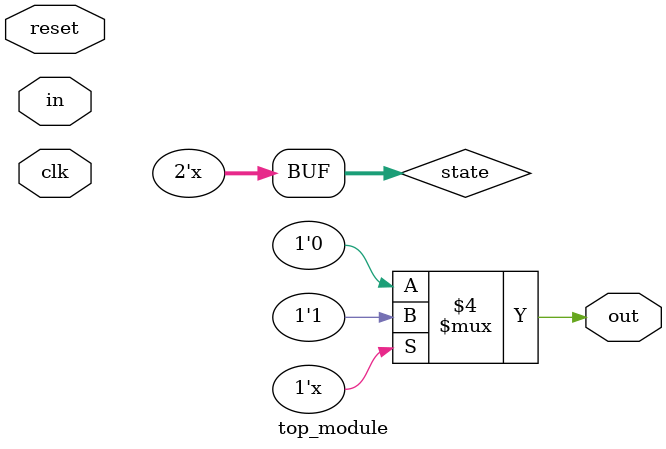
<source format=sv>
module top_module (
    input clk,
    input in,
    input reset,
    output reg out
);

    // Parameterized register to store the current state of the state machine
    reg [1:0] state;

    // Combinational logic block to determine the next state
    always @* begin
        case (state)
            2'd0: if (in) state = 2'd0; else state = 2'd1;
            2'd1: if (in) state = 2'd1; else state = 2'd0;
        endcase
    end

    // Always block triggered on the rising edge of the clk input
    always @(posedge clk) begin
        if (reset) begin
            state <= 2'd1; // Reset to the initial state, B
        end else begin
            state <= next_state; // Update state with next state determined by combinational logic block
        end
    end

    // Assign the value of the state register to the out output
    assign out = (state == 2'd1) ? 1'b1 : 1'b0;

endmodule

</source>
